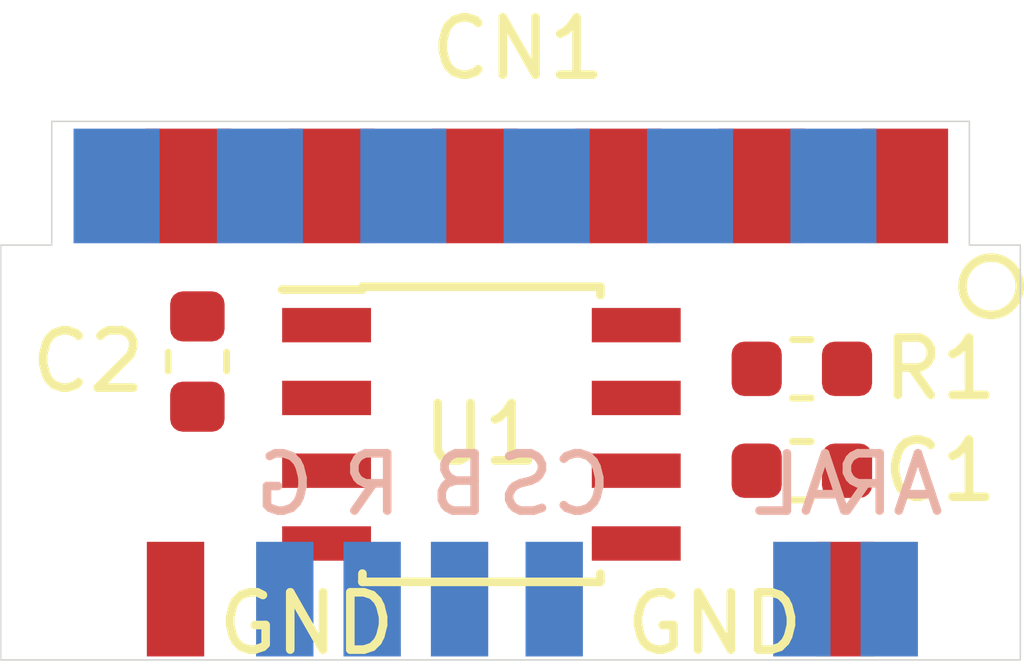
<source format=kicad_pcb>
(kicad_pcb (version 20171130) (host pcbnew "(5.0.2)-1")

  (general
    (thickness 1.6)
    (drawings 8)
    (tracks 0)
    (zones 0)
    (modules 13)
    (nets 12)
  )

  (page A4)
  (layers
    (0 F.Cu signal)
    (31 B.Cu signal)
    (32 B.Adhes user)
    (33 F.Adhes user)
    (36 B.SilkS user)
    (37 F.SilkS user)
    (38 B.Mask user)
    (39 F.Mask user)
    (40 Dwgs.User user)
    (41 Cmts.User user)
    (42 Eco1.User user)
    (43 Eco2.User user)
    (44 Edge.Cuts user)
    (45 Margin user)
    (46 B.CrtYd user)
    (47 F.CrtYd user)
    (48 B.Fab user hide)
    (49 F.Fab user hide)
  )

  (setup
    (last_trace_width 0.1524)
    (trace_clearance 0.1524)
    (zone_clearance 0.508)
    (zone_45_only no)
    (trace_min 0.1524)
    (segment_width 0.2)
    (edge_width 0.0254)
    (via_size 0.6858)
    (via_drill 0.3302)
    (via_min_size 0.508)
    (via_min_drill 0.254)
    (uvia_size 0.6858)
    (uvia_drill 0.3302)
    (uvias_allowed no)
    (uvia_min_size 0.2)
    (uvia_min_drill 0.1)
    (pcb_text_width 0.3)
    (pcb_text_size 1.5 1.5)
    (mod_edge_width 0.15)
    (mod_text_size 1 1)
    (mod_text_width 0.15)
    (pad_size 1.524 1.524)
    (pad_drill 0.762)
    (pad_to_mask_clearance 0.0508)
    (solder_mask_min_width 0.25)
    (aux_axis_origin 0 0)
    (visible_elements 7FFFFFFF)
    (pcbplotparams
      (layerselection 0x010fc_ffffffff)
      (usegerberextensions false)
      (usegerberattributes false)
      (usegerberadvancedattributes false)
      (creategerberjobfile false)
      (excludeedgelayer true)
      (linewidth 0.100000)
      (plotframeref false)
      (viasonmask false)
      (mode 1)
      (useauxorigin false)
      (hpglpennumber 1)
      (hpglpenspeed 20)
      (hpglpendiameter 15.000000)
      (psnegative false)
      (psa4output false)
      (plotreference true)
      (plotvalue true)
      (plotinvisibletext false)
      (padsonsilk false)
      (subtractmaskfromsilk false)
      (outputformat 1)
      (mirror false)
      (drillshape 1)
      (scaleselection 1)
      (outputdirectory ""))
  )

  (net 0 "")
  (net 1 GND)
  (net 2 "Net-(C1-Pad2)")
  (net 3 "Net-(C2-Pad2)")
  (net 4 "Net-(C2-Pad1)")
  (net 5 "Net-(CN1-Pad9)")
  (net 6 "Net-(CN1-Pad11)")
  (net 7 "Net-(CN1-Pad12)")
  (net 8 "Net-(CN1-Pad4)")
  (net 9 VCC)
  (net 10 "Net-(CN1-Pad2)")
  (net 11 "Net-(J3-Pad1)")

  (net_class Default "This is the default net class."
    (clearance 0.1524)
    (trace_width 0.1524)
    (via_dia 0.6858)
    (via_drill 0.3302)
    (uvia_dia 0.6858)
    (uvia_drill 0.3302)
    (add_net GND)
    (add_net "Net-(C1-Pad2)")
    (add_net "Net-(C2-Pad1)")
    (add_net "Net-(C2-Pad2)")
    (add_net "Net-(CN1-Pad11)")
    (add_net "Net-(CN1-Pad12)")
    (add_net "Net-(CN1-Pad2)")
    (add_net "Net-(CN1-Pad4)")
    (add_net "Net-(CN1-Pad9)")
    (add_net "Net-(J3-Pad1)")
    (add_net VCC)
  )

  (module Capacitor_SMD:C_0603_1608Metric (layer F.Cu) (tedit 5B301BBE) (tstamp 5E4C510C)
    (at 147.32 99.314 180)
    (descr "Capacitor SMD 0603 (1608 Metric), square (rectangular) end terminal, IPC_7351 nominal, (Body size source: http://www.tortai-tech.com/upload/download/2011102023233369053.pdf), generated with kicad-footprint-generator")
    (tags capacitor)
    (path /5E49ACA1)
    (attr smd)
    (fp_text reference C1 (at -2.413 0 180) (layer F.SilkS)
      (effects (font (size 1 1) (thickness 0.15)))
    )
    (fp_text value 0.1uF (at 0 1.43 180) (layer F.Fab)
      (effects (font (size 1 1) (thickness 0.15)))
    )
    (fp_line (start -0.8 0.4) (end -0.8 -0.4) (layer F.Fab) (width 0.1))
    (fp_line (start -0.8 -0.4) (end 0.8 -0.4) (layer F.Fab) (width 0.1))
    (fp_line (start 0.8 -0.4) (end 0.8 0.4) (layer F.Fab) (width 0.1))
    (fp_line (start 0.8 0.4) (end -0.8 0.4) (layer F.Fab) (width 0.1))
    (fp_line (start -0.162779 -0.51) (end 0.162779 -0.51) (layer F.SilkS) (width 0.12))
    (fp_line (start -0.162779 0.51) (end 0.162779 0.51) (layer F.SilkS) (width 0.12))
    (fp_line (start -1.48 0.73) (end -1.48 -0.73) (layer F.CrtYd) (width 0.05))
    (fp_line (start -1.48 -0.73) (end 1.48 -0.73) (layer F.CrtYd) (width 0.05))
    (fp_line (start 1.48 -0.73) (end 1.48 0.73) (layer F.CrtYd) (width 0.05))
    (fp_line (start 1.48 0.73) (end -1.48 0.73) (layer F.CrtYd) (width 0.05))
    (fp_text user %R (at 0 0 180) (layer F.Fab)
      (effects (font (size 0.4 0.4) (thickness 0.06)))
    )
    (pad 1 smd roundrect (at -0.7875 0 180) (size 0.875 0.95) (layers F.Cu F.Paste F.Mask) (roundrect_rratio 0.25)
      (net 1 GND))
    (pad 2 smd roundrect (at 0.7875 0 180) (size 0.875 0.95) (layers F.Cu F.Paste F.Mask) (roundrect_rratio 0.25)
      (net 2 "Net-(C1-Pad2)"))
    (model ${KISYS3DMOD}/Capacitor_SMD.3dshapes/C_0603_1608Metric.wrl
      (at (xyz 0 0 0))
      (scale (xyz 1 1 1))
      (rotate (xyz 0 0 0))
    )
  )

  (module Capacitor_SMD:C_0603_1608Metric (layer F.Cu) (tedit 5B301BBE) (tstamp 5E4C506D)
    (at 136.779 97.409 270)
    (descr "Capacitor SMD 0603 (1608 Metric), square (rectangular) end terminal, IPC_7351 nominal, (Body size source: http://www.tortai-tech.com/upload/download/2011102023233369053.pdf), generated with kicad-footprint-generator")
    (tags capacitor)
    (path /5E49AD3C)
    (attr smd)
    (fp_text reference C2 (at 0 1.905) (layer F.SilkS)
      (effects (font (size 1 1) (thickness 0.15)))
    )
    (fp_text value 0.1uF (at 0 1.43 270) (layer F.Fab)
      (effects (font (size 1 1) (thickness 0.15)))
    )
    (fp_text user %R (at 0 0 270) (layer F.Fab)
      (effects (font (size 0.4 0.4) (thickness 0.06)))
    )
    (fp_line (start 1.48 0.73) (end -1.48 0.73) (layer F.CrtYd) (width 0.05))
    (fp_line (start 1.48 -0.73) (end 1.48 0.73) (layer F.CrtYd) (width 0.05))
    (fp_line (start -1.48 -0.73) (end 1.48 -0.73) (layer F.CrtYd) (width 0.05))
    (fp_line (start -1.48 0.73) (end -1.48 -0.73) (layer F.CrtYd) (width 0.05))
    (fp_line (start -0.162779 0.51) (end 0.162779 0.51) (layer F.SilkS) (width 0.12))
    (fp_line (start -0.162779 -0.51) (end 0.162779 -0.51) (layer F.SilkS) (width 0.12))
    (fp_line (start 0.8 0.4) (end -0.8 0.4) (layer F.Fab) (width 0.1))
    (fp_line (start 0.8 -0.4) (end 0.8 0.4) (layer F.Fab) (width 0.1))
    (fp_line (start -0.8 -0.4) (end 0.8 -0.4) (layer F.Fab) (width 0.1))
    (fp_line (start -0.8 0.4) (end -0.8 -0.4) (layer F.Fab) (width 0.1))
    (pad 2 smd roundrect (at 0.7875 0 270) (size 0.875 0.95) (layers F.Cu F.Paste F.Mask) (roundrect_rratio 0.25)
      (net 3 "Net-(C2-Pad2)"))
    (pad 1 smd roundrect (at -0.7875 0 270) (size 0.875 0.95) (layers F.Cu F.Paste F.Mask) (roundrect_rratio 0.25)
      (net 4 "Net-(C2-Pad1)"))
    (model ${KISYS3DMOD}/Capacitor_SMD.3dshapes/C_0603_1608Metric.wrl
      (at (xyz 0 0 0))
      (scale (xyz 1 1 1))
      (rotate (xyz 0 0 0))
    )
  )

  (module multiout:AVCONNECTOR (layer F.Cu) (tedit 5E4C54D4) (tstamp 5E4C4F51)
    (at 142.37 94.345)
    (path /5E49AA70)
    (fp_text reference CN1 (at -0.003 -2.397) (layer F.SilkS)
      (effects (font (size 1 1) (thickness 0.15)))
    )
    (fp_text value AVCONNECTOR (at 0 -2.25) (layer F.Fab)
      (effects (font (size 1 1) (thickness 0.15)))
    )
    (fp_circle (center 8.25 1.75) (end 8.75 1.75) (layer F.SilkS) (width 0.15))
    (pad 1 connect rect (at 6.75 0) (size 1.5 2) (layers F.Cu F.Mask)
      (net 1 GND))
    (pad 3 connect rect (at 4.25 0) (size 1.5 2) (layers F.Cu F.Mask)
      (net 1 GND))
    (pad 5 connect rect (at 1.75 0) (size 1.5 2) (layers F.Cu F.Mask))
    (pad 7 connect rect (at -0.75 0) (size 1.5 2) (layers F.Cu F.Mask))
    (pad 9 connect rect (at -3.25 0) (size 1.5 2) (layers F.Cu F.Mask)
      (net 5 "Net-(CN1-Pad9)"))
    (pad 11 connect rect (at -5.75 0) (size 1.5 2) (layers F.Cu F.Mask)
      (net 6 "Net-(CN1-Pad11)"))
    (pad 12 connect rect (at -7 0) (size 1.5 2) (layers B.Cu B.Mask)
      (net 7 "Net-(CN1-Pad12)"))
    (pad 4 connect rect (at 3 0) (size 1.5 2) (layers B.Cu B.Mask)
      (net 8 "Net-(CN1-Pad4)"))
    (pad 10 connect rect (at -4.5 0) (size 1.5 2) (layers B.Cu B.Mask)
      (net 9 VCC))
    (pad 2 connect rect (at 5.5 0) (size 1.5 2) (layers B.Cu B.Mask)
      (net 10 "Net-(CN1-Pad2)"))
    (pad 8 connect rect (at -2 0) (size 1.5 2) (layers B.Cu B.Mask)
      (net 1 GND))
    (pad 6 connect rect (at 0.5 0) (size 1.5 2) (layers B.Cu B.Mask)
      (net 4 "Net-(C2-Pad1)"))
  )

  (module multiout:WIREPAD (layer B.Cu) (tedit 5E4C59AA) (tstamp 5E4C4DC9)
    (at 147.32 101.555)
    (path /5E49C0E6)
    (fp_text reference AL (at 0 -2) (layer B.SilkS)
      (effects (font (size 1 1) (thickness 0.15)) (justify mirror))
    )
    (fp_text value L (at 0 1.75) (layer B.Fab)
      (effects (font (size 1 1) (thickness 0.15)) (justify mirror))
    )
    (pad 1 connect rect (at 0 0) (size 1 2) (layers B.Cu B.Mask)
      (net 10 "Net-(CN1-Pad2)"))
  )

  (module multiout:WIREPAD (layer B.Cu) (tedit 5E4C598A) (tstamp 5E4C4DCE)
    (at 148.844 101.555)
    (path /5E49C132)
    (fp_text reference AR (at 0 -2) (layer B.SilkS)
      (effects (font (size 1 1) (thickness 0.15)) (justify mirror))
    )
    (fp_text value R (at 0 1.75) (layer B.Fab)
      (effects (font (size 1 1) (thickness 0.15)) (justify mirror))
    )
    (pad 1 connect rect (at 0 0) (size 1 2) (layers B.Cu B.Mask)
      (net 8 "Net-(CN1-Pad4)"))
  )

  (module multiout:WIREPAD (layer B.Cu) (tedit 5E4C59A0) (tstamp 5E4C5AA7)
    (at 143.002 101.555)
    (path /5E49BEF4)
    (fp_text reference CS (at 0 -2) (layer B.SilkS)
      (effects (font (size 1 1) (thickness 0.15)) (justify mirror))
    )
    (fp_text value CS (at 0 1.75) (layer B.Fab)
      (effects (font (size 1 1) (thickness 0.15)) (justify mirror))
    )
    (pad 1 connect rect (at 0 0) (size 1 2) (layers B.Cu B.Mask)
      (net 11 "Net-(J3-Pad1)"))
  )

  (module multiout:WIREPAD (layer B.Cu) (tedit 5E4C5941) (tstamp 5E4C5AB3)
    (at 138.303 101.555)
    (path /5E49BE96)
    (fp_text reference G (at 0 -2) (layer B.SilkS)
      (effects (font (size 1 1) (thickness 0.15)) (justify mirror))
    )
    (fp_text value G (at 0 1.75) (layer B.Fab)
      (effects (font (size 1 1) (thickness 0.15)) (justify mirror))
    )
    (pad 1 connect rect (at 0 0) (size 1 2) (layers B.Cu B.Mask)
      (net 7 "Net-(CN1-Pad12)"))
  )

  (module multiout:WIREPAD (layer B.Cu) (tedit 5E4C5996) (tstamp 5E4C5ABF)
    (at 139.827 101.555)
    (path /5E49BE6A)
    (fp_text reference R (at 0 -2) (layer B.SilkS)
      (effects (font (size 1 1) (thickness 0.15)) (justify mirror))
    )
    (fp_text value R (at 0 1.75) (layer B.Fab)
      (effects (font (size 1 1) (thickness 0.15)) (justify mirror))
    )
    (pad 1 connect rect (at 0 0) (size 1 2) (layers B.Cu B.Mask)
      (net 6 "Net-(CN1-Pad11)"))
  )

  (module multiout:WIREPAD (layer B.Cu) (tedit 5E4C5950) (tstamp 5E4C5A98)
    (at 141.351 101.555)
    (path /5E49BCDC)
    (fp_text reference B (at 0 -2) (layer B.SilkS)
      (effects (font (size 1 1) (thickness 0.15)) (justify mirror))
    )
    (fp_text value B (at 0 1.75) (layer B.Fab)
      (effects (font (size 1 1) (thickness 0.15)) (justify mirror))
    )
    (pad 1 connect rect (at 0 0) (size 1 2) (layers B.Cu B.Mask)
      (net 5 "Net-(CN1-Pad9)"))
  )

  (module multiout:WIREPAD (layer F.Cu) (tedit 5E4C59C3) (tstamp 5E4C4DE7)
    (at 136.398 101.555)
    (path /5E49C066)
    (fp_text reference GND (at 2.286 0.426 180) (layer F.SilkS)
      (effects (font (size 1 1) (thickness 0.15)))
    )
    (fp_text value GND (at 0 -1.75) (layer F.Fab)
      (effects (font (size 1 1) (thickness 0.15)))
    )
    (pad 1 connect rect (at 0 0) (size 1 2) (layers F.Cu F.Mask)
      (net 1 GND))
  )

  (module multiout:WIREPAD (layer F.Cu) (tedit 5E4C59CE) (tstamp 5E4C4DEC)
    (at 148.082 101.555)
    (path /5E49C0BA)
    (fp_text reference GND (at -2.286 0.426 180) (layer F.SilkS)
      (effects (font (size 1 1) (thickness 0.15)))
    )
    (fp_text value GND (at 0 -1.75) (layer F.Fab)
      (effects (font (size 1 1) (thickness 0.15)))
    )
    (pad 1 connect rect (at 0 0) (size 1 2) (layers F.Cu F.Mask)
      (net 1 GND))
  )

  (module Resistor_SMD:R_0603_1608Metric (layer F.Cu) (tedit 5B301BBD) (tstamp 5E4C60DF)
    (at 147.32 97.536 180)
    (descr "Resistor SMD 0603 (1608 Metric), square (rectangular) end terminal, IPC_7351 nominal, (Body size source: http://www.tortai-tech.com/upload/download/2011102023233369053.pdf), generated with kicad-footprint-generator")
    (tags resistor)
    (path /5E49AE00)
    (attr smd)
    (fp_text reference R1 (at -2.413 0 180) (layer F.SilkS)
      (effects (font (size 1 1) (thickness 0.15)))
    )
    (fp_text value 680k (at 0 1.43 180) (layer F.Fab)
      (effects (font (size 1 1) (thickness 0.15)))
    )
    (fp_line (start -0.8 0.4) (end -0.8 -0.4) (layer F.Fab) (width 0.1))
    (fp_line (start -0.8 -0.4) (end 0.8 -0.4) (layer F.Fab) (width 0.1))
    (fp_line (start 0.8 -0.4) (end 0.8 0.4) (layer F.Fab) (width 0.1))
    (fp_line (start 0.8 0.4) (end -0.8 0.4) (layer F.Fab) (width 0.1))
    (fp_line (start -0.162779 -0.51) (end 0.162779 -0.51) (layer F.SilkS) (width 0.12))
    (fp_line (start -0.162779 0.51) (end 0.162779 0.51) (layer F.SilkS) (width 0.12))
    (fp_line (start -1.48 0.73) (end -1.48 -0.73) (layer F.CrtYd) (width 0.05))
    (fp_line (start -1.48 -0.73) (end 1.48 -0.73) (layer F.CrtYd) (width 0.05))
    (fp_line (start 1.48 -0.73) (end 1.48 0.73) (layer F.CrtYd) (width 0.05))
    (fp_line (start 1.48 0.73) (end -1.48 0.73) (layer F.CrtYd) (width 0.05))
    (fp_text user %R (at 0 0 180) (layer F.Fab)
      (effects (font (size 0.4 0.4) (thickness 0.06)))
    )
    (pad 1 smd roundrect (at -0.7875 0 180) (size 0.875 0.95) (layers F.Cu F.Paste F.Mask) (roundrect_rratio 0.25)
      (net 1 GND))
    (pad 2 smd roundrect (at 0.7875 0 180) (size 0.875 0.95) (layers F.Cu F.Paste F.Mask) (roundrect_rratio 0.25)
      (net 2 "Net-(C1-Pad2)"))
    (model ${KISYS3DMOD}/Resistor_SMD.3dshapes/R_0603_1608Metric.wrl
      (at (xyz 0 0 0))
      (scale (xyz 1 1 1))
      (rotate (xyz 0 0 0))
    )
  )

  (module Package_SO:SOIC-8_3.9x4.9mm_P1.27mm (layer F.Cu) (tedit 5A02F2D3) (tstamp 5E4C5574)
    (at 141.732 98.679)
    (descr "8-Lead Plastic Small Outline (SN) - Narrow, 3.90 mm Body [SOIC] (see Microchip Packaging Specification http://ww1.microchip.com/downloads/en/PackagingSpec/00000049BQ.pdf)")
    (tags "SOIC 1.27")
    (path /5E49AB65)
    (attr smd)
    (fp_text reference U1 (at 0 0) (layer F.SilkS)
      (effects (font (size 1 1) (thickness 0.15)))
    )
    (fp_text value LM1881 (at 0 3.5) (layer F.Fab)
      (effects (font (size 1 1) (thickness 0.15)))
    )
    (fp_text user %R (at 0 0) (layer F.Fab)
      (effects (font (size 1 1) (thickness 0.15)))
    )
    (fp_line (start -0.95 -2.45) (end 1.95 -2.45) (layer F.Fab) (width 0.1))
    (fp_line (start 1.95 -2.45) (end 1.95 2.45) (layer F.Fab) (width 0.1))
    (fp_line (start 1.95 2.45) (end -1.95 2.45) (layer F.Fab) (width 0.1))
    (fp_line (start -1.95 2.45) (end -1.95 -1.45) (layer F.Fab) (width 0.1))
    (fp_line (start -1.95 -1.45) (end -0.95 -2.45) (layer F.Fab) (width 0.1))
    (fp_line (start -3.73 -2.7) (end -3.73 2.7) (layer F.CrtYd) (width 0.05))
    (fp_line (start 3.73 -2.7) (end 3.73 2.7) (layer F.CrtYd) (width 0.05))
    (fp_line (start -3.73 -2.7) (end 3.73 -2.7) (layer F.CrtYd) (width 0.05))
    (fp_line (start -3.73 2.7) (end 3.73 2.7) (layer F.CrtYd) (width 0.05))
    (fp_line (start -2.075 -2.575) (end -2.075 -2.525) (layer F.SilkS) (width 0.15))
    (fp_line (start 2.075 -2.575) (end 2.075 -2.43) (layer F.SilkS) (width 0.15))
    (fp_line (start 2.075 2.575) (end 2.075 2.43) (layer F.SilkS) (width 0.15))
    (fp_line (start -2.075 2.575) (end -2.075 2.43) (layer F.SilkS) (width 0.15))
    (fp_line (start -2.075 -2.575) (end 2.075 -2.575) (layer F.SilkS) (width 0.15))
    (fp_line (start -2.075 2.575) (end 2.075 2.575) (layer F.SilkS) (width 0.15))
    (fp_line (start -2.075 -2.525) (end -3.475 -2.525) (layer F.SilkS) (width 0.15))
    (pad 1 smd rect (at -2.7 -1.905) (size 1.55 0.6) (layers F.Cu F.Paste F.Mask)
      (net 11 "Net-(J3-Pad1)"))
    (pad 2 smd rect (at -2.7 -0.635) (size 1.55 0.6) (layers F.Cu F.Paste F.Mask)
      (net 3 "Net-(C2-Pad2)"))
    (pad 3 smd rect (at -2.7 0.635) (size 1.55 0.6) (layers F.Cu F.Paste F.Mask))
    (pad 4 smd rect (at -2.7 1.905) (size 1.55 0.6) (layers F.Cu F.Paste F.Mask)
      (net 1 GND))
    (pad 5 smd rect (at 2.7 1.905) (size 1.55 0.6) (layers F.Cu F.Paste F.Mask))
    (pad 6 smd rect (at 2.7 0.635) (size 1.55 0.6) (layers F.Cu F.Paste F.Mask)
      (net 2 "Net-(C1-Pad2)"))
    (pad 7 smd rect (at 2.7 -0.635) (size 1.55 0.6) (layers F.Cu F.Paste F.Mask))
    (pad 8 smd rect (at 2.7 -1.905) (size 1.55 0.6) (layers F.Cu F.Paste F.Mask)
      (net 9 VCC))
    (model ${KISYS3DMOD}/Package_SO.3dshapes/SOIC-8_3.9x4.9mm_P1.27mm.wrl
      (at (xyz 0 0 0))
      (scale (xyz 1 1 1))
      (rotate (xyz 0 0 0))
    )
  )

  (gr_line (start 151.13 95.377) (end 151.13 102.616) (layer Edge.Cuts) (width 0.0254))
  (gr_line (start 133.35 102.616) (end 151.13 102.616) (layer Edge.Cuts) (width 0.0254) (tstamp 5E4C5AA1))
  (gr_line (start 133.35 95.377) (end 133.35 102.616) (layer Edge.Cuts) (width 0.0254))
  (gr_line (start 151.13 95.377) (end 150.241 95.377) (layer Edge.Cuts) (width 0.0254) (tstamp 5E4C537A))
  (gr_line (start 134.239 95.377) (end 133.35 95.377) (layer Edge.Cuts) (width 0.0254))
  (gr_line (start 150.241 93.218) (end 134.239 93.218) (layer Edge.Cuts) (width 0.0254))
  (gr_line (start 150.241 93.218) (end 150.241 95.377) (layer Edge.Cuts) (width 0.0254))
  (gr_line (start 134.239 93.218) (end 134.239 95.377) (layer Edge.Cuts) (width 0.0254))

)

</source>
